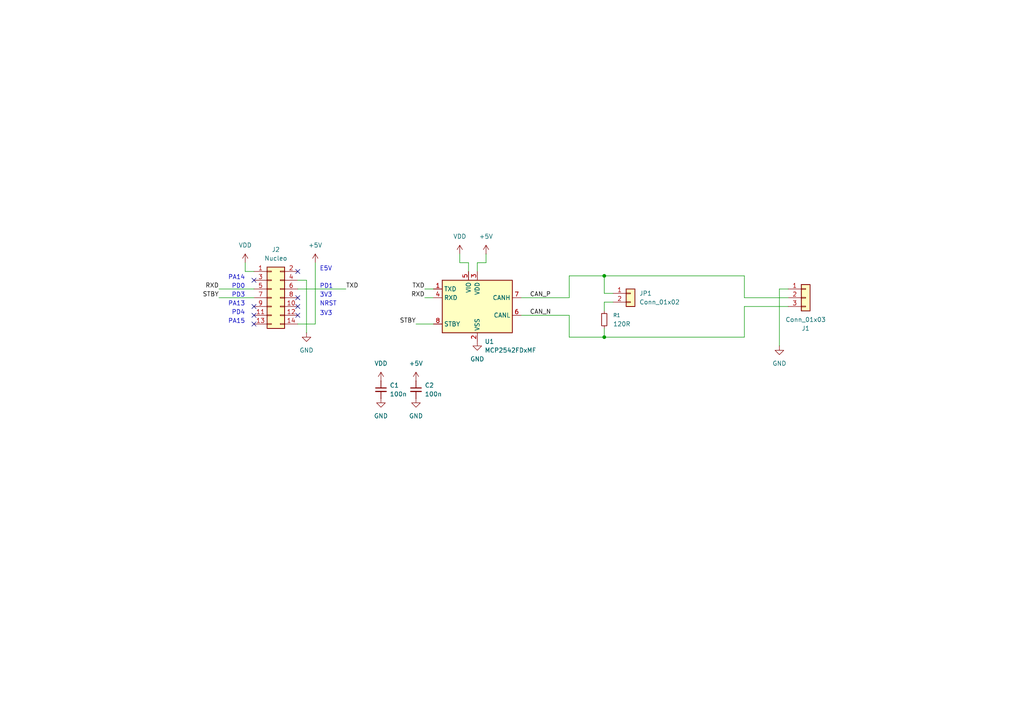
<source format=kicad_sch>
(kicad_sch (version 20250114) (generator "eeschema") (generator_version "9.0")
  (paper "A4")
  (title_block (title "Nucleo FDCAN") (rev "V0.1") (company "1BitSquared") (comment 1 "(C) 2025 1BitSquared") (comment 2 "(C) 2025 Piotr Esden-Tempski") (comment 3 "License: CC-BY-SA 4.0"))
  (lib_symbols
    (symbol "Connector_Generic:Conn_01x02" (pin_names (offset 1.016) (hide yes))
      (property "Reference" "J" (at 0 2.54 0))
      (property "Value" "Conn_01x02" (at 0 -5.08 0))
      (symbol "Conn_01x02_1_1"
        (rectangle (start -1.27 1.27) (end 1.27 -3.81) (stroke (width 0.254)) (fill (type background)))
        (rectangle (start -1.27 0.127) (end 0 -0.127) (stroke (width 0.1524)))
        (rectangle (start -1.27 -2.413) (end 0 -2.667) (stroke (width 0.1524)))
        (pin passive line (at -5.08 0 0) (length 3.81) (name "Pin_1") (number "1"))
        (pin passive line (at -5.08 -2.54 0) (length 3.81) (name "Pin_2") (number "2"))
      )
    )
    (symbol "Connector_Generic:Conn_01x03" (pin_names (offset 1.016) (hide yes))
      (property "Reference" "J" (at 0 5.08 0))
      (property "Value" "Conn_01x03" (at 0 -5.08 0))
      (symbol "Conn_01x03_1_1"
        (rectangle (start -1.27 3.81) (end 1.27 -3.81) (stroke (width 0.254)) (fill (type background)))
        (rectangle (start -1.27 2.667) (end 0 2.413) (stroke (width 0.1524)))
        (rectangle (start -1.27 0.127) (end 0 -0.127) (stroke (width 0.1524)))
        (rectangle (start -1.27 -2.413) (end 0 -2.667) (stroke (width 0.1524)))
        (pin passive line (at -5.08 2.54 0) (length 3.81) (name "Pin_1") (number "1"))
        (pin passive line (at -5.08 0 0) (length 3.81) (name "Pin_2") (number "2"))
        (pin passive line (at -5.08 -2.54 0) (length 3.81) (name "Pin_3") (number "3"))
      )
    )
    (symbol "Connector_Generic:Conn_02x07_Odd_Even" (pin_names (offset 1.016) (hide yes))
      (property "Reference" "J" (at 1.27 10.16 0))
      (property "Value" "Conn_02x07_Odd_Even" (at 1.27 -10.16 0))
      (symbol "Conn_02x07_Odd_Even_1_1"
        (rectangle (start -1.27 8.89) (end 3.81 -8.89) (stroke (width 0.254)) (fill (type background)))
        (rectangle (start -1.27 7.747) (end 0 7.493) (stroke (width 0.1524)))
        (rectangle (start -1.27 5.207) (end 0 4.953) (stroke (width 0.1524)))
        (rectangle (start -1.27 2.667) (end 0 2.413) (stroke (width 0.1524)))
        (rectangle (start -1.27 0.127) (end 0 -0.127) (stroke (width 0.1524)))
        (rectangle (start -1.27 -2.413) (end 0 -2.667) (stroke (width 0.1524)))
        (rectangle (start -1.27 -4.953) (end 0 -5.207) (stroke (width 0.1524)))
        (rectangle (start -1.27 -7.493) (end 0 -7.747) (stroke (width 0.1524)))
        (rectangle (start 3.81 7.747) (end 2.54 7.493) (stroke (width 0.1524)))
        (rectangle (start 3.81 5.207) (end 2.54 4.953) (stroke (width 0.1524)))
        (rectangle (start 3.81 2.667) (end 2.54 2.413) (stroke (width 0.1524)))
        (rectangle (start 3.81 0.127) (end 2.54 -0.127) (stroke (width 0.1524)))
        (rectangle (start 3.81 -2.413) (end 2.54 -2.667) (stroke (width 0.1524)))
        (rectangle (start 3.81 -4.953) (end 2.54 -5.207) (stroke (width 0.1524)))
        (rectangle (start 3.81 -7.493) (end 2.54 -7.747) (stroke (width 0.1524)))
        (pin passive line (at -5.08 7.62 0) (length 3.81) (name "Pin_1") (number "1"))
        (pin passive line (at -5.08 5.08 0) (length 3.81) (name "Pin_3") (number "3"))
        (pin passive line (at -5.08 2.54 0) (length 3.81) (name "Pin_5") (number "5"))
        (pin passive line (at -5.08 0 0) (length 3.81) (name "Pin_7") (number "7"))
        (pin passive line (at -5.08 -2.54 0) (length 3.81) (name "Pin_9") (number "9"))
        (pin passive line (at -5.08 -5.08 0) (length 3.81) (name "Pin_11") (number "11"))
        (pin passive line (at -5.08 -7.62 0) (length 3.81) (name "Pin_13") (number "13"))
        (pin passive line (at 7.62 7.62 180) (length 3.81) (name "Pin_2") (number "2"))
        (pin passive line (at 7.62 5.08 180) (length 3.81) (name "Pin_4") (number "4"))
        (pin passive line (at 7.62 2.54 180) (length 3.81) (name "Pin_6") (number "6"))
        (pin passive line (at 7.62 0 180) (length 3.81) (name "Pin_8") (number "8"))
        (pin passive line (at 7.62 -2.54 180) (length 3.81) (name "Pin_10") (number "10"))
        (pin passive line (at 7.62 -5.08 180) (length 3.81) (name "Pin_12") (number "12"))
        (pin passive line (at 7.62 -7.62 180) (length 3.81) (name "Pin_14") (number "14"))
      )
    )
    (symbol "Device:C_Small" (pin_numbers (hide yes)) (pin_names (offset 0.254) (hide yes))
      (property "Reference" "C" (at 0.254 1.778 0))
      (property "Value" "C_Small" (at 0.254 -2.032 0))
      (symbol "C_Small_0_1"
        (polyline (pts (xy -1.524 0.508) (xy 1.524 0.508)) (stroke (width 0.3048)))
        (polyline (pts (xy -1.524 -0.508) (xy 1.524 -0.508)) (stroke (width 0.3302)))
      )
      (symbol "C_Small_1_1"
        (pin passive line (at 0 2.54 270) (length 2.032) (name "~") (number "1"))
        (pin passive line (at 0 -2.54 90) (length 2.032) (name "~") (number "2"))
      )
    )
    (symbol "Device:R_Small" (pin_numbers (hide yes)) (pin_names (offset 0.254) (hide yes))
      (property "Reference" "R" (at 0 0 90))
      (property "Value" "R_Small" (at 1.778 0 90))
      (symbol "R_Small_0_1"
        (rectangle (start -0.762 1.778) (end 0.762 -1.778) (stroke (width 0.2032)))
      )
      (symbol "R_Small_1_1"
        (pin passive line (at 0 2.54 270) (length 0.762) (name "~") (number "1"))
        (pin passive line (at 0 -2.54 90) (length 0.762) (name "~") (number "2"))
      )
    )
    (symbol "Interface_CAN_LIN:MCP2542FDxMF"
      (property "Reference" "U" (at -10.16 8.89 0))
      (property "Value" "MCP2542FDxMF" (at 2.54 8.89 0))
      (symbol "MCP2542FDxMF_0_1"
        (rectangle (start -10.16 7.62) (end 10.16 -7.62) (stroke (width 0.254)) (fill (type background)))
      )
      (symbol "MCP2542FDxMF_1_1"
        (pin input line (at -12.7 5.08 0) (length 2.54) (name "TXD") (number "1"))
        (pin output line (at -12.7 2.54 0) (length 2.54) (name "RXD") (number "4"))
        (pin input line (at -12.7 -5.08 0) (length 2.54) (name "STBY") (number "8"))
        (pin power_in line (at -2.54 10.16 270) (length 2.54) (name "VIO") (number "5"))
        (pin power_in line (at 0 10.16 270) (length 2.54) (name "VDD") (number "3"))
        (pin power_in line (at 0 -10.16 90) (length 2.54) (name "VSS") (number "2"))
        (pin passive line (at 0 -10.16 90) (length 2.54) (hide yes) (name "VSS") (number "9"))
        (pin bidirectional line (at 12.7 2.54 180) (length 2.54) (name "CANH") (number "7"))
        (pin bidirectional line (at 12.7 -2.54 180) (length 2.54) (name "CANL") (number "6"))
      )
    )
    (symbol "power:+5V" (power) (pin_numbers (hide yes)) (pin_names (offset 0) (hide yes))
      (property "Value" "+5V" (at 0 3.556 0))
      (symbol "+5V_0_1"
        (polyline (pts (xy -0.762 1.27) (xy 0 2.54)))
        (polyline (pts (xy 0 2.54) (xy 0.762 1.27)))
        (polyline (pts (xy 0 0) (xy 0 2.54)))
      )
      (symbol "+5V_1_1"
        (pin power_in line (at 0 0 90) (length 0) (name "~") (number "1"))
      )
    )
    (symbol "power:GND" (power) (pin_numbers (hide yes)) (pin_names (offset 0) (hide yes))
      (property "Value" "GND" (at 0 -3.81 0))
      (symbol "GND_0_1"
        (polyline (pts (xy 0 0) (xy 0 -1.27) (xy 1.27 -1.27) (xy 0 -2.54) (xy -1.27 -1.27) (xy 0 -1.27)))
      )
      (symbol "GND_1_1"
        (pin power_in line (at 0 0 270) (length 0) (name "~") (number "1"))
      )
    )
    (symbol "power:VDD" (power) (pin_numbers (hide yes)) (pin_names (offset 0) (hide yes))
      (property "Value" "VDD" (at 0 3.556 0))
      (symbol "VDD_0_1"
        (polyline (pts (xy -0.762 1.27) (xy 0 2.54)))
        (polyline (pts (xy 0 2.54) (xy 0.762 1.27)))
        (polyline (pts (xy 0 0) (xy 0 2.54)))
      )
      (symbol "VDD_1_1"
        (pin power_in line (at 0 0 90) (length 0) (name "~") (number "1"))
      )
    )
  )
  (text "PA13" (at 71.12 88.9 0) (effects (font (size 1.27 1.27)) (justify right bottom)))
  (text "PD0" (at 71.12 83.82 0) (effects (font (size 1.27 1.27)) (justify right bottom)))
  (text "3V3" (at 92.71 91.694 0) (effects (font (size 1.27 1.27)) (justify left bottom)))
  (text "PD3" (at 71.12 86.36 0) (effects (font (size 1.27 1.27)) (justify right bottom)))
  (text "PD4" (at 71.12 91.44 0) (effects (font (size 1.27 1.27)) (justify right bottom)))
  (text "E5V" (at 92.71 78.74 0) (effects (font (size 1.27 1.27)) (justify left bottom)))
  (text "PA14" (at 71.12 81.28 0) (effects (font (size 1.27 1.27)) (justify right bottom)))
  (text "3V3" (at 92.71 86.36 0) (effects (font (size 1.27 1.27)) (justify left bottom)))
  (text "PA15" (at 71.12 93.98 0) (effects (font (size 1.27 1.27)) (justify right bottom)))
  (text "NRST" (at 92.71 88.9 0) (effects (font (size 1.27 1.27)) (justify left bottom)))
  (text "PD1" (at 92.71 83.82 0) (effects (font (size 1.27 1.27)) (justify left bottom)))
  (junction (at 175.26 80.01))
  (junction (at 175.26 97.79))
  (no_connect (at 86.36 78.74))
  (no_connect (at 73.66 93.98))
  (no_connect (at 73.66 91.44))
  (no_connect (at 86.36 91.44))
  (no_connect (at 86.36 88.9))
  (no_connect (at 73.66 81.28))
  (no_connect (at 86.36 86.36))
  (no_connect (at 73.66 88.9))
  (wire (pts (xy 91.44 76.2) (xy 91.44 93.98)))
  (wire (pts (xy 175.26 90.17) (xy 175.26 87.63)))
  (wire (pts (xy 175.26 95.25) (xy 175.26 97.79)))
  (wire (pts (xy 175.26 87.63) (xy 177.8 87.63)))
  (wire (pts (xy 165.1 80.01) (xy 175.26 80.01)))
  (wire (pts (xy 177.8 85.09) (xy 175.26 85.09)))
  (wire (pts (xy 123.19 86.36) (xy 125.73 86.36)))
  (wire (pts (xy 165.1 91.44) (xy 165.1 97.79)))
  (wire (pts (xy 88.9 81.28) (xy 88.9 96.52)))
  (wire (pts (xy 215.9 86.36) (xy 228.6 86.36)))
  (wire (pts (xy 215.9 80.01) (xy 215.9 86.36)))
  (wire (pts (xy 71.12 76.2) (xy 71.12 78.74)))
  (wire (pts (xy 165.1 97.79) (xy 175.26 97.79)))
  (wire (pts (xy 123.19 83.82) (xy 125.73 83.82)))
  (wire (pts (xy 228.6 83.82) (xy 226.06 83.82)))
  (wire (pts (xy 175.26 97.79) (xy 215.9 97.79)))
  (wire (pts (xy 165.1 86.36) (xy 165.1 80.01)))
  (wire (pts (xy 140.97 73.66) (xy 140.97 76.2)))
  (wire (pts (xy 215.9 88.9) (xy 228.6 88.9)))
  (wire (pts (xy 63.5 86.36) (xy 73.66 86.36)))
  (wire (pts (xy 133.35 73.66) (xy 133.35 76.2)))
  (wire (pts (xy 151.13 86.36) (xy 165.1 86.36)))
  (wire (pts (xy 138.43 76.2) (xy 140.97 76.2)))
  (wire (pts (xy 135.89 76.2) (xy 135.89 78.74)))
  (wire (pts (xy 86.36 83.82) (xy 100.33 83.82)))
  (wire (pts (xy 63.5 83.82) (xy 73.66 83.82)))
  (wire (pts (xy 120.65 93.98) (xy 125.73 93.98)))
  (wire (pts (xy 138.43 78.74) (xy 138.43 76.2)))
  (wire (pts (xy 133.35 76.2) (xy 135.89 76.2)))
  (wire (pts (xy 151.13 91.44) (xy 165.1 91.44)))
  (wire (pts (xy 86.36 81.28) (xy 88.9 81.28)))
  (wire (pts (xy 226.06 83.82) (xy 226.06 100.33)))
  (wire (pts (xy 175.26 80.01) (xy 215.9 80.01)))
  (wire (pts (xy 86.36 93.98) (xy 91.44 93.98)))
  (wire (pts (xy 215.9 97.79) (xy 215.9 88.9)))
  (wire (pts (xy 73.66 78.74) (xy 71.12 78.74)))
  (wire (pts (xy 175.26 80.01) (xy 175.26 85.09)))
  (label "RXD" (at 63.5 83.82 180))
  (label "CAN_P" (at 153.67 86.36 0))
  (label "STBY" (at 120.65 93.98 180))
  (label "RXD" (at 123.19 86.36 180))
  (label "TXD" (at 100.33 83.82 0))
  (label "TXD" (at 123.19 83.82 180))
  (label "STBY" (at 63.5 86.36 180))
  (label "CAN_N" (at 153.67 91.44 0))
  (symbol (lib_id "power:GND") (at 138.43 99.06 0) (unit 1)
    (property "Reference" "#PWR01" (effects (hide yes)))
    (property "Value" "GND" (at 138.43 104.14 0))
    (property "Description" "Power symbol creates a global label with name \"GND\" , ground" (effects (hide yes)))
  )
  (symbol (lib_id "Connector_Generic:Conn_01x03") (at 233.68 86.36 0) (unit 1)
    (property "Reference" "J1" (at 233.68 95.25 0))
    (property "Value" "Conn_01x03" (at 233.68 92.71 0))
    (property "Footprint" "Connector_Molex:Molex_SL_171971-0003_1x03_P2.54mm_Vertical" (effects (hide yes)))
    (property "Description" "Generic connector, single row, 01x03, script generated (kicad-library-utils/schlib/autogen/connector/)" (effects (hide yes)))
  )
  (symbol (lib_id "Connector_Generic:Conn_02x07_Odd_Even") (at 78.74 86.36 0) (unit 1)
    (property "Reference" "J2" (at 80.01 72.39 0))
    (property "Value" "Nucleo" (at 80.01 74.93 0))
    (property "Footprint" "Connector_PinSocket_2.54mm:PinSocket_2x07_P2.54mm_Vertical" (effects (hide yes)))
    (property "Description" "Generic connector, double row, 02x07, odd/even pin numbering scheme (row 1 odd numbers, row 2 even numbers), script generated (kicad-library-utils/schlib/autogen/connector/)" (effects (hide yes)))
  )
  (symbol (lib_id "Interface_CAN_LIN:MCP2542FDxMF") (at 138.43 88.9 0) (unit 1)
    (property "Reference" "U1" (at 140.5733 99.06 0) (effects (justify left)))
    (property "Value" "MCP2542FDxMF" (at 140.5733 101.6 0) (effects (justify left)))
    (property "Footprint" "Package_DFN_QFN:DFN-8-1EP_3x3mm_P0.65mm_EP1.55x2.4mm" (effects (hide yes)))
    (property "Datasheet" "http://ww1.microchip.com/downloads/en/DeviceDoc/MCP2542FD-4FD-MCP2542WFD-4WFD-Data-Sheet20005514B.pdf" (effects (hide yes)))
    (property "Description" "CAN-FD Transceiver, Wake-Up on CAN activity, 8Mbps, 5V supply, STBY pin, 3x3 DFN-8" (effects (hide yes)))
  )
  (symbol (lib_id "power:+5V") (at 140.97 73.66 0) (unit 1)
    (property "Reference" "#PWR02" (effects (hide yes)))
    (property "Value" "+5V" (at 140.97 68.58 0))
    (property "Description" "Power symbol creates a global label with name \"+5V\"" (effects (hide yes)))
  )
  (symbol (lib_id "power:GND") (at 88.9 96.52 0) (unit 1)
    (property "Reference" "#PWR09" (effects (hide yes)))
    (property "Value" "GND" (at 88.9 101.6 0))
    (property "Description" "Power symbol creates a global label with name \"GND\" , ground" (effects (hide yes)))
  )
  (symbol (lib_id "power:+5V") (at 120.65 110.49 0) (unit 1)
    (property "Reference" "#PWR05" (effects (hide yes)))
    (property "Value" "+5V" (at 120.65 105.41 0))
    (property "Description" "Power symbol creates a global label with name \"+5V\"" (effects (hide yes)))
  )
  (symbol (lib_id "Device:R_Small") (at 175.26 92.71 0) (unit 1)
    (property "Reference" "R1" (at 177.8 91.4399 0) (effects (font (size 1.016 1.016)) (justify left)))
    (property "Value" "120R" (at 177.8 93.9799 0) (effects (justify left)))
    (property "Footprint" "Resistor_SMD:R_0402_1005Metric" (effects (hide yes)))
    (property "Description" "Resistor, small symbol" (effects (hide yes)))
  )
  (symbol (lib_id "power:GND") (at 120.65 115.57 0) (unit 1)
    (property "Reference" "#PWR07" (effects (hide yes)))
    (property "Value" "GND" (at 120.65 120.65 0))
    (property "Description" "Power symbol creates a global label with name \"GND\" , ground" (effects (hide yes)))
  )
  (symbol (lib_id "Device:C_Small") (at 120.65 113.03 0) (unit 1)
    (property "Reference" "C2" (at 123.19 111.7662 0) (effects (justify left)))
    (property "Value" "100n" (at 123.19 114.3062 0) (effects (justify left)))
    (property "Footprint" "Capacitor_SMD:C_0402_1005Metric" (effects (hide yes)))
    (property "Description" "Unpolarized capacitor, small symbol" (effects (hide yes)))
  )
  (symbol (lib_id "power:VDD") (at 71.12 76.2 0) (unit 1)
    (property "Reference" "#PWR010" (effects (hide yes)))
    (property "Value" "VDD" (at 71.12 71.12 0))
    (property "Description" "Power symbol creates a global label with name \"VDD\"" (effects (hide yes)))
  )
  (symbol (lib_id "power:VDD") (at 133.35 73.66 0) (unit 1)
    (property "Reference" "#PWR03" (effects (hide yes)))
    (property "Value" "VDD" (at 133.35 68.58 0))
    (property "Description" "Power symbol creates a global label with name \"VDD\"" (effects (hide yes)))
  )
  (symbol (lib_id "power:GND") (at 110.49 115.57 0) (unit 1)
    (property "Reference" "#PWR06" (effects (hide yes)))
    (property "Value" "GND" (at 110.49 120.65 0))
    (property "Description" "Power symbol creates a global label with name \"GND\" , ground" (effects (hide yes)))
  )
  (symbol (lib_id "Connector_Generic:Conn_01x02") (at 182.88 85.09 0) (unit 1)
    (property "Reference" "JP1" (at 185.42 85.0899 0) (effects (justify left)))
    (property "Value" "Conn_01x02" (at 185.42 87.6299 0) (effects (justify left)))
    (property "Footprint" "Connector_PinHeader_2.54mm:PinHeader_1x02_P2.54mm_Horizontal" (effects (hide yes)))
    (property "Description" "Generic connector, single row, 01x02, script generated (kicad-library-utils/schlib/autogen/connector/)" (effects (hide yes)))
  )
  (symbol (lib_id "Device:C_Small") (at 110.49 113.03 0) (unit 1)
    (property "Reference" "C1" (at 113.03 111.7662 0) (effects (justify left)))
    (property "Value" "100n" (at 113.03 114.3062 0) (effects (justify left)))
    (property "Footprint" "Capacitor_SMD:C_0402_1005Metric" (effects (hide yes)))
    (property "Description" "Unpolarized capacitor, small symbol" (effects (hide yes)))
  )
  (symbol (lib_id "power:+5V") (at 91.44 76.2 0) (unit 1)
    (property "Reference" "#PWR011" (effects (hide yes)))
    (property "Value" "+5V" (at 91.44 71.12 0))
    (property "Description" "Power symbol creates a global label with name \"+5V\"" (effects (hide yes)))
  )
  (symbol (lib_id "power:VDD") (at 110.49 110.49 0) (unit 1)
    (property "Reference" "#PWR04" (effects (hide yes)))
    (property "Value" "VDD" (at 110.49 105.41 0))
    (property "Description" "Power symbol creates a global label with name \"VDD\"" (effects (hide yes)))
  )
  (symbol (lib_id "power:GND") (at 226.06 100.33 0) (unit 1)
    (property "Reference" "#PWR08" (effects (hide yes)))
    (property "Value" "GND" (at 226.06 105.41 0))
    (property "Description" "Power symbol creates a global label with name \"GND\" , ground" (effects (hide yes)))
  )
)
</source>
